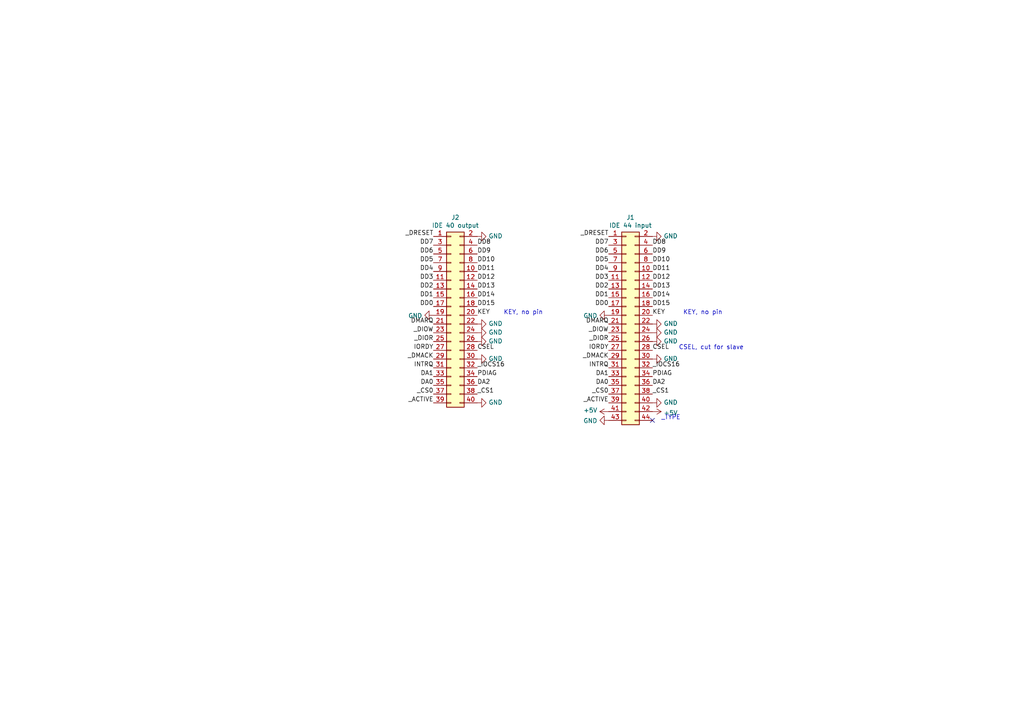
<source format=kicad_sch>
(kicad_sch (version 20211123) (generator eeschema)
  (paper "A4")
  (title_block (title "IDE44to40") (date "2020-05-07") (rev "0.1") (company "FLACO 2020") (comment 1 "Connect an IDE40 device to an IDE44 host"))
  (lib_symbols
    (symbol "Connector_Generic:Conn_02x20_Odd_Even" (pin_names (offset 1.016) hide)
      (property "Reference" "J" (at 1.27 25.4 0))
      (property "Value" "Conn_02x20_Odd_Even" (at 1.27 -27.94 0))
      (symbol "Conn_02x20_Odd_Even_1_1"
        (rectangle (start -1.27 -25.273) (end 0 -25.527) (stroke (width 0.1524)))
        (rectangle (start -1.27 -22.733) (end 0 -22.987) (stroke (width 0.1524)))
        (rectangle (start -1.27 -20.193) (end 0 -20.447) (stroke (width 0.1524)))
        (rectangle (start -1.27 -17.653) (end 0 -17.907) (stroke (width 0.1524)))
        (rectangle (start -1.27 -15.113) (end 0 -15.367) (stroke (width 0.1524)))
        (rectangle (start -1.27 -12.573) (end 0 -12.827) (stroke (width 0.1524)))
        (rectangle (start -1.27 -10.033) (end 0 -10.287) (stroke (width 0.1524)))
        (rectangle (start -1.27 -7.493) (end 0 -7.747) (stroke (width 0.1524)))
        (rectangle (start -1.27 -4.953) (end 0 -5.207) (stroke (width 0.1524)))
        (rectangle (start -1.27 -2.413) (end 0 -2.667) (stroke (width 0.1524)))
        (rectangle (start -1.27 0.127) (end 0 -0.127) (stroke (width 0.1524)))
        (rectangle (start -1.27 2.667) (end 0 2.413) (stroke (width 0.1524)))
        (rectangle (start -1.27 5.207) (end 0 4.953) (stroke (width 0.1524)))
        (rectangle (start -1.27 7.747) (end 0 7.493) (stroke (width 0.1524)))
        (rectangle (start -1.27 10.287) (end 0 10.033) (stroke (width 0.1524)))
        (rectangle (start -1.27 12.827) (end 0 12.573) (stroke (width 0.1524)))
        (rectangle (start -1.27 15.367) (end 0 15.113) (stroke (width 0.1524)))
        (rectangle (start -1.27 17.907) (end 0 17.653) (stroke (width 0.1524)))
        (rectangle (start -1.27 20.447) (end 0 20.193) (stroke (width 0.1524)))
        (rectangle (start -1.27 22.987) (end 0 22.733) (stroke (width 0.1524)))
        (rectangle (start -1.27 24.13) (end 3.81 -26.67) (stroke (width 0.254)) (fill (type background)))
        (rectangle (start 3.81 -25.273) (end 2.54 -25.527) (stroke (width 0.1524)))
        (rectangle (start 3.81 -22.733) (end 2.54 -22.987) (stroke (width 0.1524)))
        (rectangle (start 3.81 -20.193) (end 2.54 -20.447) (stroke (width 0.1524)))
        (rectangle (start 3.81 -17.653) (end 2.54 -17.907) (stroke (width 0.1524)))
        (rectangle (start 3.81 -15.113) (end 2.54 -15.367) (stroke (width 0.1524)))
        (rectangle (start 3.81 -12.573) (end 2.54 -12.827) (stroke (width 0.1524)))
        (rectangle (start 3.81 -10.033) (end 2.54 -10.287) (stroke (width 0.1524)))
        (rectangle (start 3.81 -7.493) (end 2.54 -7.747) (stroke (width 0.1524)))
        (rectangle (start 3.81 -4.953) (end 2.54 -5.207) (stroke (width 0.1524)))
        (rectangle (start 3.81 -2.413) (end 2.54 -2.667) (stroke (width 0.1524)))
        (rectangle (start 3.81 0.127) (end 2.54 -0.127) (stroke (width 0.1524)))
        (rectangle (start 3.81 2.667) (end 2.54 2.413) (stroke (width 0.1524)))
        (rectangle (start 3.81 5.207) (end 2.54 4.953) (stroke (width 0.1524)))
        (rectangle (start 3.81 7.747) (end 2.54 7.493) (stroke (width 0.1524)))
        (rectangle (start 3.81 10.287) (end 2.54 10.033) (stroke (width 0.1524)))
        (rectangle (start 3.81 12.827) (end 2.54 12.573) (stroke (width 0.1524)))
        (rectangle (start 3.81 15.367) (end 2.54 15.113) (stroke (width 0.1524)))
        (rectangle (start 3.81 17.907) (end 2.54 17.653) (stroke (width 0.1524)))
        (rectangle (start 3.81 20.447) (end 2.54 20.193) (stroke (width 0.1524)))
        (rectangle (start 3.81 22.987) (end 2.54 22.733) (stroke (width 0.1524)))
        (pin passive line (at -5.08 22.86 0) (length 3.81) (name "Pin_1") (number "1"))
        (pin passive line (at 7.62 12.7 180) (length 3.81) (name "Pin_10") (number "10"))
        (pin passive line (at -5.08 10.16 0) (length 3.81) (name "Pin_11") (number "11"))
        (pin passive line (at 7.62 10.16 180) (length 3.81) (name "Pin_12") (number "12"))
        (pin passive line (at -5.08 7.62 0) (length 3.81) (name "Pin_13") (number "13"))
        (pin passive line (at 7.62 7.62 180) (length 3.81) (name "Pin_14") (number "14"))
        (pin passive line (at -5.08 5.08 0) (length 3.81) (name "Pin_15") (number "15"))
        (pin passive line (at 7.62 5.08 180) (length 3.81) (name "Pin_16") (number "16"))
        (pin passive line (at -5.08 2.54 0) (length 3.81) (name "Pin_17") (number "17"))
        (pin passive line (at 7.62 2.54 180) (length 3.81) (name "Pin_18") (number "18"))
        (pin passive line (at -5.08 0 0) (length 3.81) (name "Pin_19") (number "19"))
        (pin passive line (at 7.62 22.86 180) (length 3.81) (name "Pin_2") (number "2"))
        (pin passive line (at 7.62 0 180) (length 3.81) (name "Pin_20") (number "20"))
        (pin passive line (at -5.08 -2.54 0) (length 3.81) (name "Pin_21") (number "21"))
        (pin passive line (at 7.62 -2.54 180) (length 3.81) (name "Pin_22") (number "22"))
        (pin passive line (at -5.08 -5.08 0) (length 3.81) (name "Pin_23") (number "23"))
        (pin passive line (at 7.62 -5.08 180) (length 3.81) (name "Pin_24") (number "24"))
        (pin passive line (at -5.08 -7.62 0) (length 3.81) (name "Pin_25") (number "25"))
        (pin passive line (at 7.62 -7.62 180) (length 3.81) (name "Pin_26") (number "26"))
        (pin passive line (at -5.08 -10.16 0) (length 3.81) (name "Pin_27") (number "27"))
        (pin passive line (at 7.62 -10.16 180) (length 3.81) (name "Pin_28") (number "28"))
        (pin passive line (at -5.08 -12.7 0) (length 3.81) (name "Pin_29") (number "29"))
        (pin passive line (at -5.08 20.32 0) (length 3.81) (name "Pin_3") (number "3"))
        (pin passive line (at 7.62 -12.7 180) (length 3.81) (name "Pin_30") (number "30"))
        (pin passive line (at -5.08 -15.24 0) (length 3.81) (name "Pin_31") (number "31"))
        (pin passive line (at 7.62 -15.24 180) (length 3.81) (name "Pin_32") (number "32"))
        (pin passive line (at -5.08 -17.78 0) (length 3.81) (name "Pin_33") (number "33"))
        (pin passive line (at 7.62 -17.78 180) (length 3.81) (name "Pin_34") (number "34"))
        (pin passive line (at -5.08 -20.32 0) (length 3.81) (name "Pin_35") (number "35"))
        (pin passive line (at 7.62 -20.32 180) (length 3.81) (name "Pin_36") (number "36"))
        (pin passive line (at -5.08 -22.86 0) (length 3.81) (name "Pin_37") (number "37"))
        (pin passive line (at 7.62 -22.86 180) (length 3.81) (name "Pin_38") (number "38"))
        (pin passive line (at -5.08 -25.4 0) (length 3.81) (name "Pin_39") (number "39"))
        (pin passive line (at 7.62 20.32 180) (length 3.81) (name "Pin_4") (number "4"))
        (pin passive line (at 7.62 -25.4 180) (length 3.81) (name "Pin_40") (number "40"))
        (pin passive line (at -5.08 17.78 0) (length 3.81) (name "Pin_5") (number "5"))
        (pin passive line (at 7.62 17.78 180) (length 3.81) (name "Pin_6") (number "6"))
        (pin passive line (at -5.08 15.24 0) (length 3.81) (name "Pin_7") (number "7"))
        (pin passive line (at 7.62 15.24 180) (length 3.81) (name "Pin_8") (number "8"))
        (pin passive line (at -5.08 12.7 0) (length 3.81) (name "Pin_9") (number "9"))
      )
    )
    (symbol "Connector_Generic:Conn_02x22_Odd_Even" (pin_names (offset 1.016) hide)
      (property "Reference" "J" (at 1.27 27.94 0))
      (property "Value" "Conn_02x22_Odd_Even" (at 1.27 -30.48 0))
      (symbol "Conn_02x22_Odd_Even_1_1"
        (rectangle (start -1.27 -27.813) (end 0 -28.067) (stroke (width 0.1524)))
        (rectangle (start -1.27 -25.273) (end 0 -25.527) (stroke (width 0.1524)))
        (rectangle (start -1.27 -22.733) (end 0 -22.987) (stroke (width 0.1524)))
        (rectangle (start -1.27 -20.193) (end 0 -20.447) (stroke (width 0.1524)))
        (rectangle (start -1.27 -17.653) (end 0 -17.907) (stroke (width 0.1524)))
        (rectangle (start -1.27 -15.113) (end 0 -15.367) (stroke (width 0.1524)))
        (rectangle (start -1.27 -12.573) (end 0 -12.827) (stroke (width 0.1524)))
        (rectangle (start -1.27 -10.033) (end 0 -10.287) (stroke (width 0.1524)))
        (rectangle (start -1.27 -7.493) (end 0 -7.747) (stroke (width 0.1524)))
        (rectangle (start -1.27 -4.953) (end 0 -5.207) (stroke (width 0.1524)))
        (rectangle (start -1.27 -2.413) (end 0 -2.667) (stroke (width 0.1524)))
        (rectangle (start -1.27 0.127) (end 0 -0.127) (stroke (width 0.1524)))
        (rectangle (start -1.27 2.667) (end 0 2.413) (stroke (width 0.1524)))
        (rectangle (start -1.27 5.207) (end 0 4.953) (stroke (width 0.1524)))
        (rectangle (start -1.27 7.747) (end 0 7.493) (stroke (width 0.1524)))
        (rectangle (start -1.27 10.287) (end 0 10.033) (stroke (width 0.1524)))
        (rectangle (start -1.27 12.827) (end 0 12.573) (stroke (width 0.1524)))
        (rectangle (start -1.27 15.367) (end 0 15.113) (stroke (width 0.1524)))
        (rectangle (start -1.27 17.907) (end 0 17.653) (stroke (width 0.1524)))
        (rectangle (start -1.27 20.447) (end 0 20.193) (stroke (width 0.1524)))
        (rectangle (start -1.27 22.987) (end 0 22.733) (stroke (width 0.1524)))
        (rectangle (start -1.27 25.527) (end 0 25.273) (stroke (width 0.1524)))
        (rectangle (start -1.27 26.67) (end 3.81 -29.21) (stroke (width 0.254)) (fill (type background)))
        (rectangle (start 3.81 -27.813) (end 2.54 -28.067) (stroke (width 0.1524)))
        (rectangle (start 3.81 -25.273) (end 2.54 -25.527) (stroke (width 0.1524)))
        (rectangle (start 3.81 -22.733) (end 2.54 -22.987) (stroke (width 0.1524)))
        (rectangle (start 3.81 -20.193) (end 2.54 -20.447) (stroke (width 0.1524)))
        (rectangle (start 3.81 -17.653) (end 2.54 -17.907) (stroke (width 0.1524)))
        (rectangle (start 3.81 -15.113) (end 2.54 -15.367) (stroke (width 0.1524)))
        (rectangle (start 3.81 -12.573) (end 2.54 -12.827) (stroke (width 0.1524)))
        (rectangle (start 3.81 -10.033) (end 2.54 -10.287) (stroke (width 0.1524)))
        (rectangle (start 3.81 -7.493) (end 2.54 -7.747) (stroke (width 0.1524)))
        (rectangle (start 3.81 -4.953) (end 2.54 -5.207) (stroke (width 0.1524)))
        (rectangle (start 3.81 -2.413) (end 2.54 -2.667) (stroke (width 0.1524)))
        (rectangle (start 3.81 0.127) (end 2.54 -0.127) (stroke (width 0.1524)))
        (rectangle (start 3.81 2.667) (end 2.54 2.413) (stroke (width 0.1524)))
        (rectangle (start 3.81 5.207) (end 2.54 4.953) (stroke (width 0.1524)))
        (rectangle (start 3.81 7.747) (end 2.54 7.493) (stroke (width 0.1524)))
        (rectangle (start 3.81 10.287) (end 2.54 10.033) (stroke (width 0.1524)))
        (rectangle (start 3.81 12.827) (end 2.54 12.573) (stroke (width 0.1524)))
        (rectangle (start 3.81 15.367) (end 2.54 15.113) (stroke (width 0.1524)))
        (rectangle (start 3.81 17.907) (end 2.54 17.653) (stroke (width 0.1524)))
        (rectangle (start 3.81 20.447) (end 2.54 20.193) (stroke (width 0.1524)))
        (rectangle (start 3.81 22.987) (end 2.54 22.733) (stroke (width 0.1524)))
        (rectangle (start 3.81 25.527) (end 2.54 25.273) (stroke (width 0.1524)))
        (pin passive line (at -5.08 25.4 0) (length 3.81) (name "Pin_1") (number "1"))
        (pin passive line (at 7.62 15.24 180) (length 3.81) (name "Pin_10") (number "10"))
        (pin passive line (at -5.08 12.7 0) (length 3.81) (name "Pin_11") (number "11"))
        (pin passive line (at 7.62 12.7 180) (length 3.81) (name "Pin_12") (number "12"))
        (pin passive line (at -5.08 10.16 0) (length 3.81) (name "Pin_13") (number "13"))
        (pin passive line (at 7.62 10.16 180) (length 3.81) (name "Pin_14") (number "14"))
        (pin passive line (at -5.08 7.62 0) (length 3.81) (name "Pin_15") (number "15"))
        (pin passive line (at 7.62 7.62 180) (length 3.81) (name "Pin_16") (number "16"))
        (pin passive line (at -5.08 5.08 0) (length 3.81) (name "Pin_17") (number "17"))
        (pin passive line (at 7.62 5.08 180) (length 3.81) (name "Pin_18") (number "18"))
        (pin passive line (at -5.08 2.54 0) (length 3.81) (name "Pin_19") (number "19"))
        (pin passive line (at 7.62 25.4 180) (length 3.81) (name "Pin_2") (number "2"))
        (pin passive line (at 7.62 2.54 180) (length 3.81) (name "Pin_20") (number "20"))
        (pin passive line (at -5.08 0 0) (length 3.81) (name "Pin_21") (number "21"))
        (pin passive line (at 7.62 0 180) (length 3.81) (name "Pin_22") (number "22"))
        (pin passive line (at -5.08 -2.54 0) (length 3.81) (name "Pin_23") (number "23"))
        (pin passive line (at 7.62 -2.54 180) (length 3.81) (name "Pin_24") (number "24"))
        (pin passive line (at -5.08 -5.08 0) (length 3.81) (name "Pin_25") (number "25"))
        (pin passive line (at 7.62 -5.08 180) (length 3.81) (name "Pin_26") (number "26"))
        (pin passive line (at -5.08 -7.62 0) (length 3.81) (name "Pin_27") (number "27"))
        (pin passive line (at 7.62 -7.62 180) (length 3.81) (name "Pin_28") (number "28"))
        (pin passive line (at -5.08 -10.16 0) (length 3.81) (name "Pin_29") (number "29"))
        (pin passive line (at -5.08 22.86 0) (length 3.81) (name "Pin_3") (number "3"))
        (pin passive line (at 7.62 -10.16 180) (length 3.81) (name "Pin_30") (number "30"))
        (pin passive line (at -5.08 -12.7 0) (length 3.81) (name "Pin_31") (number "31"))
        (pin passive line (at 7.62 -12.7 180) (length 3.81) (name "Pin_32") (number "32"))
        (pin passive line (at -5.08 -15.24 0) (length 3.81) (name "Pin_33") (number "33"))
        (pin passive line (at 7.62 -15.24 180) (length 3.81) (name "Pin_34") (number "34"))
        (pin passive line (at -5.08 -17.78 0) (length 3.81) (name "Pin_35") (number "35"))
        (pin passive line (at 7.62 -17.78 180) (length 3.81) (name "Pin_36") (number "36"))
        (pin passive line (at -5.08 -20.32 0) (length 3.81) (name "Pin_37") (number "37"))
        (pin passive line (at 7.62 -20.32 180) (length 3.81) (name "Pin_38") (number "38"))
        (pin passive line (at -5.08 -22.86 0) (length 3.81) (name "Pin_39") (number "39"))
        (pin passive line (at 7.62 22.86 180) (length 3.81) (name "Pin_4") (number "4"))
        (pin passive line (at 7.62 -22.86 180) (length 3.81) (name "Pin_40") (number "40"))
        (pin passive line (at -5.08 -25.4 0) (length 3.81) (name "Pin_41") (number "41"))
        (pin passive line (at 7.62 -25.4 180) (length 3.81) (name "Pin_42") (number "42"))
        (pin passive line (at -5.08 -27.94 0) (length 3.81) (name "Pin_43") (number "43"))
        (pin passive line (at 7.62 -27.94 180) (length 3.81) (name "Pin_44") (number "44"))
        (pin passive line (at -5.08 20.32 0) (length 3.81) (name "Pin_5") (number "5"))
        (pin passive line (at 7.62 20.32 180) (length 3.81) (name "Pin_6") (number "6"))
        (pin passive line (at -5.08 17.78 0) (length 3.81) (name "Pin_7") (number "7"))
        (pin passive line (at 7.62 17.78 180) (length 3.81) (name "Pin_8") (number "8"))
        (pin passive line (at -5.08 15.24 0) (length 3.81) (name "Pin_9") (number "9"))
      )
    )
    (symbol "power:+5V" (power) (pin_names (offset 0))
      (property "Value" "+5V" (at 0 3.556 0))
      (symbol "+5V_0_1"
        (polyline (pts (xy -0.762 1.27) (xy 0 2.54)))
        (polyline (pts (xy 0 0) (xy 0 2.54)))
        (polyline (pts (xy 0 2.54) (xy 0.762 1.27)))
      )
      (symbol "+5V_1_1"
        (pin power_in line (at 0 0 90) (length 0) hide (name "+5V") (number "1"))
      )
    )
    (symbol "power:GND" (power) (pin_names (offset 0))
      (property "Value" "GND" (at 0 -3.81 0))
      (symbol "GND_0_1"
        (polyline (pts (xy 0 0) (xy 0 -1.27) (xy 1.27 -1.27) (xy 0 -2.54) (xy -1.27 -1.27) (xy 0 -1.27)))
      )
      (symbol "GND_1_1"
        (pin power_in line (at 0 0 270) (length 0) hide (name "GND") (number "1"))
      )
    )
  )
  (no_connect (at 189.23 121.92))
  (text "KEY, no pin" (at 198.12 91.44 0) (effects (font (size 1.27 1.27)) (justify left bottom)))
  (text "_TYPE" (at 191.77 121.92 0) (effects (font (size 1.27 1.27)) (justify left bottom)))
  (text "KEY, no pin" (at 146.05 91.44 0) (effects (font (size 1.27 1.27)) (justify left bottom)))
  (text "CSEL, cut for slave" (at 196.85 101.6 0) (effects (font (size 1.27 1.27)) (justify left bottom)))
  (label "DD15" (at 138.43 88.9 0))
  (label "_DMACK" (at 125.73 104.14 180))
  (label "DD12" (at 138.43 81.28 0))
  (label "_DIOR" (at 176.53 99.06 180))
  (label "DD12" (at 189.23 81.28 0))
  (label "_DRESET" (at 125.73 68.58 180))
  (label "_IOCS16" (at 138.43 106.68 0))
  (label "_DIOW" (at 176.53 96.52 180))
  (label "CSEL" (at 138.43 101.6 0))
  (label "_CS0" (at 176.53 114.3 180))
  (label "DD2" (at 176.53 83.82 180))
  (label "PDIAG" (at 138.43 109.22 0))
  (label "DD9" (at 138.43 73.66 0))
  (label "_DMACK" (at 176.53 104.14 180))
  (label "_CS1" (at 189.23 114.3 0))
  (label "CSEL" (at 189.23 101.6 0))
  (label "KEY" (at 138.43 91.44 0))
  (label "IORDY" (at 176.53 101.6 180))
  (label "DD6" (at 176.53 73.66 180))
  (label "_CS0" (at 125.73 114.3 180))
  (label "DD7" (at 176.53 71.12 180))
  (label "DD8" (at 189.23 71.12 0))
  (label "_ACTIVE" (at 176.53 116.84 180))
  (label "DD4" (at 176.53 78.74 180))
  (label "DD15" (at 189.23 88.9 0))
  (label "DA1" (at 125.73 109.22 180))
  (label "DMARQ" (at 125.73 93.98 180))
  (label "_DIOW" (at 125.73 96.52 180))
  (label "DD14" (at 189.23 86.36 0))
  (label "_ACTIVE" (at 125.73 116.84 180))
  (label "DD13" (at 138.43 83.82 0))
  (label "DD13" (at 189.23 83.82 0))
  (label "DA1" (at 176.53 109.22 180))
  (label "_DRESET" (at 176.53 68.58 180))
  (label "_CS1" (at 138.43 114.3 0))
  (label "DD8" (at 138.43 71.12 0))
  (label "IORDY" (at 125.73 101.6 180))
  (label "DD9" (at 189.23 73.66 0))
  (label "DD3" (at 125.73 81.28 180))
  (label "DA0" (at 125.73 111.76 180))
  (label "DD5" (at 176.53 76.2 180))
  (label "KEY" (at 189.23 91.44 0))
  (label "DD0" (at 125.73 88.9 180))
  (label "DD2" (at 125.73 83.82 180))
  (label "DA0" (at 176.53 111.76 180))
  (label "DD5" (at 125.73 76.2 180))
  (label "DD6" (at 125.73 73.66 180))
  (label "PDIAG" (at 189.23 109.22 0))
  (label "DD7" (at 125.73 71.12 180))
  (label "DD11" (at 189.23 78.74 0))
  (label "DD4" (at 125.73 78.74 180))
  (label "_IOCS16" (at 189.23 106.68 0))
  (label "DA2" (at 138.43 111.76 0))
  (label "DA2" (at 189.23 111.76 0))
  (label "DD1" (at 125.73 86.36 180))
  (label "DD11" (at 138.43 78.74 0))
  (label "DD3" (at 176.53 81.28 180))
  (label "INTRQ" (at 125.73 106.68 180))
  (label "DD14" (at 138.43 86.36 0))
  (label "DD10" (at 138.43 76.2 0))
  (label "DD0" (at 176.53 88.9 180))
  (label "DD10" (at 189.23 76.2 0))
  (label "INTRQ" (at 176.53 106.68 180))
  (label "DD1" (at 176.53 86.36 180))
  (label "_DIOR" (at 125.73 99.06 180))
  (label "DMARQ" (at 176.53 93.98 180))
  (symbol (lib_id "Connector_Generic:Conn_02x22_Odd_Even") (at 181.61 93.98 0) (unit 1)
    (property "Reference" "J1" (at 182.88 63.0682 0))
    (property "Value" "IDE 44 input" (at 182.88 65.3796 0))
    (property "Footprint" "Sassa:Pin_Header_2x22_Female_EdgeMount_Pitch2.00mm" (effects hide))
  )
  (symbol (lib_id "power:GND") (at 189.23 68.58 90) (unit 1)
    (property "Reference" "#PWR018" (effects hide))
    (property "Value" "GND" (at 192.4812 68.453 90) (effects (justify right)))
  )
  (symbol (lib_id "power:GND") (at 176.53 91.44 270) (unit 1)
    (property "Reference" "#PWR015" (effects hide))
    (property "Value" "GND" (at 173.2788 91.567 90) (effects (justify right)))
  )
  (symbol (lib_id "power:GND") (at 189.23 93.98 90) (unit 1)
    (property "Reference" "#PWR019" (effects hide))
    (property "Value" "GND" (at 192.4812 93.853 90) (effects (justify right)))
  )
  (symbol (lib_id "power:GND") (at 189.23 96.52 90) (unit 1)
    (property "Reference" "#PWR020" (effects hide))
    (property "Value" "GND" (at 192.4812 96.393 90) (effects (justify right)))
  )
  (symbol (lib_id "power:GND") (at 189.23 99.06 90) (unit 1)
    (property "Reference" "#PWR021" (effects hide))
    (property "Value" "GND" (at 192.4812 98.933 90) (effects (justify right)))
  )
  (symbol (lib_id "power:GND") (at 189.23 104.14 90) (unit 1)
    (property "Reference" "#PWR023" (effects hide))
    (property "Value" "GND" (at 192.4812 104.013 90) (effects (justify right)))
  )
  (symbol (lib_id "power:GND") (at 189.23 116.84 90) (unit 1)
    (property "Reference" "#PWR024" (effects hide))
    (property "Value" "GND" (at 192.4812 116.713 90) (effects (justify right)))
  )
  (symbol (lib_id "power:GND") (at 176.53 121.92 270) (unit 1)
    (property "Reference" "#PWR017" (effects hide))
    (property "Value" "GND" (at 173.2788 122.047 90) (effects (justify right)))
  )
  (symbol (lib_id "power:+5V") (at 189.23 119.38 270) (unit 1)
    (property "Reference" "#PWR025" (effects hide))
    (property "Value" "+5V" (at 192.4812 119.761 90) (effects (justify left)))
  )
  (symbol (lib_id "power:+5V") (at 176.53 119.38 90) (unit 1)
    (property "Reference" "#PWR016" (effects hide))
    (property "Value" "+5V" (at 173.2788 118.999 90) (effects (justify left)))
  )
  (symbol (lib_id "Connector_Generic:Conn_02x20_Odd_Even") (at 130.81 91.44 0) (unit 1)
    (property "Reference" "J2" (at 132.08 63.0682 0))
    (property "Value" "IDE 40 output" (at 132.08 65.3796 0))
    (property "Footprint" "Sassa:Pin_Header_2x20_Male_EdgeMount_Pitch2.54mm" (effects hide))
  )
  (symbol (lib_id "power:GND") (at 125.73 91.44 270) (unit 1)
    (property "Reference" "#PWR?" (effects hide))
    (property "Value" "GND" (at 122.4788 91.567 90) (effects (justify right)))
  )
  (symbol (lib_id "power:GND") (at 138.43 68.58 90) (unit 1)
    (property "Reference" "#PWR?" (effects hide))
    (property "Value" "GND" (at 141.6812 68.453 90) (effects (justify right)))
  )
  (symbol (lib_id "power:GND") (at 138.43 93.98 90) (unit 1)
    (property "Reference" "#PWR?" (effects hide))
    (property "Value" "GND" (at 141.6812 93.853 90) (effects (justify right)))
  )
  (symbol (lib_id "power:GND") (at 138.43 96.52 90) (unit 1)
    (property "Reference" "#PWR?" (effects hide))
    (property "Value" "GND" (at 141.6812 96.393 90) (effects (justify right)))
  )
  (symbol (lib_id "power:GND") (at 138.43 99.06 90) (unit 1)
    (property "Reference" "#PWR?" (effects hide))
    (property "Value" "GND" (at 141.6812 98.933 90) (effects (justify right)))
  )
  (symbol (lib_id "power:GND") (at 138.43 104.14 90) (unit 1)
    (property "Reference" "#PWR?" (effects hide))
    (property "Value" "GND" (at 141.6812 104.013 90) (effects (justify right)))
  )
  (symbol (lib_id "power:GND") (at 138.43 116.84 90) (unit 1)
    (property "Reference" "#PWR?" (effects hide))
    (property "Value" "GND" (at 141.6812 116.713 90) (effects (justify right)))
  )
)
</source>
